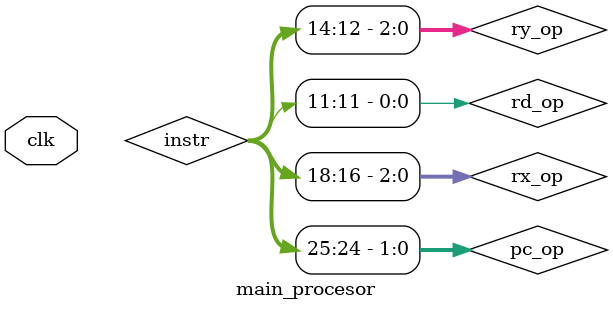
<source format=v>
`timescale 1ns / 1ps


module main_procesor
(
    input clk
);

///////////////////Po³¹czenia/////////////////////////

// Do pamiêci danych
wire [7:0] alu_res;

// Do pamiêci rozkazów
wire [7:0] pc_addr;

// Wyjcie z pamiêci rozkazów
wire [31:0] instr;

// Z dekodera
wire [6:0] ce;

// Z pamiêci danych
wire [7:0] data_memory_out;

// Z rd_mux
wire [7:0] rd_mux_out;

// Rejestry
wire [7:0] r0;
wire [7:0] r1;
wire [7:0] r2;
wire [7:0] r3;
wire [7:0] r4;
wire [7:0] r5;
wire [7:0] r6; // 0

// Z rx_mux
wire [7:0] rx_mux_out;

// Z ry_mux
wire [7:0] ry_mux_out;

// Z imm_mux
wire [7:0] imm_mux_out;

// Z ALU
wire [7:0] ALU_AND_out;
wire [7:0] ALU_plus_out;
wire [7:0] cmp_res; // ALU_isZero_out

// Z warunku skoku
wire jump_out;

// Z PC
wire [7:0] pc_mux_out;


/////////////////////////////////////////////////////////

////////////////////Elementy////////////////////////////

// Pamiêæ danych
d_mem data_mem
(
    .address(alu_res),
    .data(data_memory_out)
);

// Pamiêæ rozkazów
i_mem instr_mem
(
    .address(pc_addr),
    .data(instr)
); 

// Dekoder
dekoder dek
(
    .in(1'b1),
    .d_op(instr[10:8]), // d_op
    .y(ce)
);

// rd_mux

mux_2x1 rd_mux
(
    .in1(alu_res),
    .in2(data_memory_out),
    .condition(instr[11]), // rd_op
    .out(rd_mux_out)
);

// Rejestry
single_register R0
(
    .clk(clk),
    .ce(ce[0]),
    .d(rd_mux_out),
    .q(r0)
);

single_register R1
(
    .clk(clk),
    .ce(ce[1]),
    .d(rd_mux_out),
    .q(r1)
);

single_register R2
(
    .clk(clk),
    .ce(ce[2]),
    .d(rd_mux_out),
    .q(r2)
);

single_register R3
(
    .clk(clk),
    .ce(ce[3]),
    .d(rd_mux_out),
    .q(r3)
);

single_register R4
(
    .clk(clk),
    .ce(ce[4]),
    .d(rd_mux_out),
    .q(r4)
);

single_register R5
(
    .clk(clk),
    .ce(ce[5]),//1
    .d(rd_mux_out),
    .q(r5)
);

single_register R6
(
    .clk(clk),
    .ce(ce[6]),
    .d(0),
    .q(r6)
);

single_register pc_R7
(
    .clk(clk),
    .ce(1'b1),
    .d(pc_mux_out),
    .q(pc_addr)
);


// rx_mux
mux_8x1 rx_mux
(
    .in1(r0),
    .in2(r1),
    .in3(r2),
    .in4(r3),
    .in5(r4),
    .in6(r5),
    .in7(r6),
    .in8(pc_addr),
    .condition(instr[18:16]), // rx_op
    .out(rx_mux_out)
);

// ry_mux
mux_8x1 ry_mux
(
    .in1(r0),
    .in2(r1),
    .in3(r2),
    .in4(r3),
    .in5(r4),
    .in6(r5),
    .in7(r6),
    .in8(pc_addr),
    .condition(instr[14:12]), // ry_op
    .out(ry_mux_out)
);

// imm_mux
mux_2x1 imm_mux
(
    .in1(ry_mux_out),
    .in2(instr[7:0]), // imm
    .condition(instr[15]), // imm_op
    .out(imm_mux_out)
);

// ALU
// ALU AND
ALU_AND AND
(
    .a(rx_mux_out),
    .b(imm_mux_out),
    .c(ALU_AND_out)
);

// ALU +
ALU_plus plus
(
    .A(rx_mux_out),
    .B(imm_mux_out),
    .S(ALU_plus_out)
);

// ALU ==0
ALU_cmp cmp
(
    .in(rx_mux_out),
    .out(cmp_res)
);

// alu_mux
mux_4x1 alu_mux
(
    .in1(ALU_AND_out),
    .in2(ALU_plus_out),
    .in3(cmp_res),
    .in4(imm_mux_out),
    .condition(instr[21:20]), // alu_op
    .out(alu_res)
);

// warunek skoku
assign jump_out = ((instr[25:24] == 2'b10) && (cmp_res == 8'b11111111))||((instr [25:24] == 2'b11)&&(cmp_res == 0))||(instr [25:24]==2'b01) ? 0 : 1;

// pc_mux

mux_2x1 pc_mux
(
    .in1(alu_res),
    .in2(pc_addr + 1),
    .condition(jump_out),
    .out(pc_mux_out) // R7
);

wire [1:0] pc_op;
wire [1:0] alu_op;
wire [2:0] rx_op;
wire imm_op;
wire [2:0] ry_op;
wire rd_op;
wire [2:0] d_op;
wire [7:0] imm;

assign pc_op = instr[25:24];
assign alu_op = instr[21:20];
assign rx_op = instr[18:16];
assign imm_op = instr[15];
assign ry_op = instr[14:12];
assign rd_op = instr[11];
assign d_op = instr[10:8];
assign imm = instr[7:0];

endmodule

</source>
